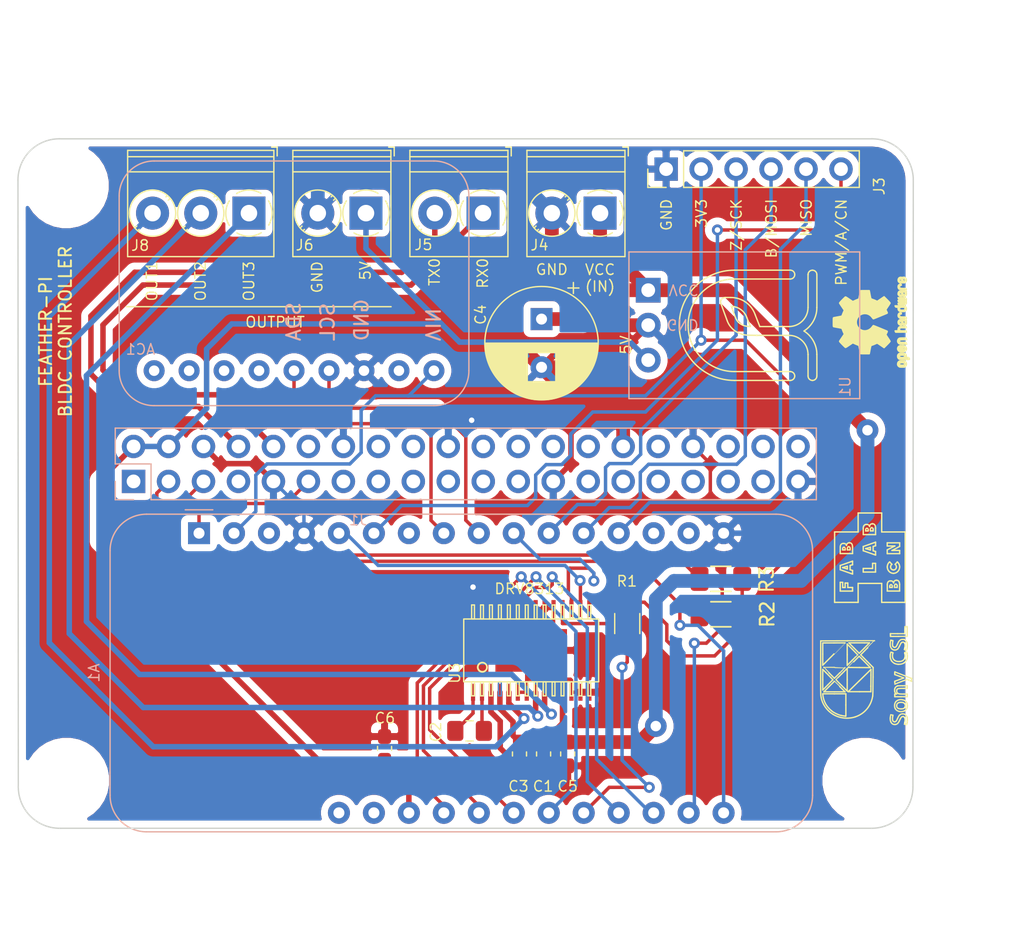
<source format=kicad_pcb>
(kicad_pcb (version 20171130) (host pcbnew "(5.1.10-1-10_14)")
  (title_block (title "Raspberry Pi Zero (W) uHAT Template Board") (date 2019-02-28) (rev 1.0) (comment 1 "This PCB design is licensed under MIT Open Source License."))
  (layers (0 F.Cu signal) (31 B.Cu signal) (34 B.Paste user) (35 F.Paste user) (36 B.SilkS user) (37 F.SilkS user) (38 B.Mask user) (39 F.Mask user) (44 Edge.Cuts user))
  (net 0 "")
  (net 1 +3V3)
  (net 2 GND)
  (net 3 SDA)
  (net 4 SCL)
  (net 5 5V)
  (net 6 3V3)
  (net 7 VCC)
  (net 8 EN3)
  (net 9 IN3)
  (net 10 EN2)
  (net 11 IN2)
  (net 12 EN1)
  (net 13 IN1)
  (net 14 RESET)
  (net 15 SLEEP)
  (net 16 MISO)
  (net 17 "Net-(C2-Pad2)")
  (net 18 "Net-(C2-Pad1)")
  (net 19 "Net-(C3-Pad2)")
  (net 20 OUT3)
  (net 21 OUT2)
  (net 22 OUT1)
  (net 23 FEATHER_RESET)
  (net 24 SDA_IMU)
  (net 25 SCL_IMU)
  (net 26 TX0)
  (net 27 RX0)
  (net 28 CN_PWM_A)
  (net 29 SCK_Z)
  (net 30 MOSI_B)
  (net 31 FAULT)
  (module SquantorTexasInstruments:SquantorTexasInstruments-HTSSOP-28 (layer F.Cu) (at 154.782 108.118)
    (fp_text reference U3 (at -5.55 1.65 90) (layer F.SilkS) (effects (font (size 0.762 0.762) (thickness 0.1016))))
    (fp_text value DRV8313 (at -0.125 -4.475 180) (layer F.SilkS) (effects (font (size 0.762 0.762) (thickness 0.1016))))
    (fp_line (start -2.3749 3.29946) (end -2.1717 3.29946) (layer B.Cu) (width 0.1016))
    (fp_line (start -2.1717 3.29946) (end -2.1717 2.28092) (layer B.Cu) (width 0.1016))
    (fp_line (start -2.3749 2.28092) (end -2.1717 2.28092) (layer B.Cu) (width 0.1016))
    (fp_line (start -2.3749 3.29946) (end -2.3749 2.28092) (layer B.Cu) (width 0.1016))
    (pad PAD smd rect (at 0 0) (size 5.19938 3.0988) (layers F.Cu F.Paste F.Mask) (net 2 GND))
    (pad 28 smd rect (at -4.22402 -3.04038 180) (size 0.3048 1.23952) (layers F.Cu F.Paste F.Mask) (net 2 GND))
    (pad 27 smd rect (at -3.57378 -3.04038 180) (size 0.3048 1.23952) (layers F.Cu F.Paste F.Mask) (net 13 IN1))
    (pad 26 smd rect (at -2.92354 -3.04038) (size 0.3048 1.23952) (layers F.Cu F.Paste F.Mask) (net 12 EN1))
    (pad 25 smd rect (at -2.2733 -3.04038) (size 0.3048 1.23952) (layers F.Cu F.Paste F.Mask) (net 11 IN2))
    (pad 24 smd rect (at -1.62306 -3.04038) (size 0.3048 1.23952) (layers F.Cu F.Paste F.Mask) (net 10 EN2))
    (pad 23 smd rect (at -0.97282 -3.04038) (size 0.3048 1.23952) (layers F.Cu F.Paste F.Mask) (net 9 IN3))
    (pad 22 smd rect (at -0.32258 -3.04038) (size 0.3048 1.23952) (layers F.Cu F.Paste F.Mask) (net 8 EN3))
    (pad 21 smd rect (at 0.32258 -3.04038) (size 0.3048 1.23952) (layers F.Cu F.Paste F.Mask) (net 2 GND))
    (pad 20 smd rect (at 0.97282 -3.04038) (size 0.3048 1.23952) (layers F.Cu F.Paste F.Mask) (net 2 GND))
    (pad 19 smd rect (at 1.62306 -3.04038) (size 0.3048 1.23952) (layers F.Cu F.Paste F.Mask) (net 2 GND))
    (pad 18 smd rect (at 2.2733 -3.04038) (size 0.3048 1.23952) (layers F.Cu F.Paste F.Mask) (net 31 FAULT))
    (pad 17 smd rect (at 2.92354 -3.04038) (size 0.3048 1.23952) (layers F.Cu F.Paste F.Mask) (net 15 SLEEP))
    (pad 16 smd rect (at 3.57378 -3.04038 180) (size 0.3048 1.23952) (layers F.Cu F.Paste F.Mask) (net 14 RESET))
    (pad 15 smd rect (at 4.22402 -3.04038 180) (size 0.3048 1.23952) (layers F.Cu F.Paste F.Mask))
    (pad 14 smd rect (at 4.22402 3.04038) (size 0.3048 1.23952) (layers F.Cu F.Paste F.Mask) (net 2 GND))
    (pad 13 smd rect (at 3.57378 3.04038) (size 0.3048 1.23952) (layers F.Cu F.Paste F.Mask) (net 2 GND))
    (pad 12 smd rect (at 2.92354 3.04038) (size 0.3048 1.23952) (layers F.Cu F.Paste F.Mask) (net 2 GND))
    (pad 11 smd rect (at 2.2733 3.04038) (size 0.3048 1.23952) (layers F.Cu F.Paste F.Mask) (net 7 VCC))
    (pad 10 smd rect (at 1.62306 3.04038) (size 0.3048 1.23952) (layers F.Cu F.Paste F.Mask) (net 2 GND))
    (pad 9 smd rect (at 0.97282 3.04038) (size 0.3048 1.23952) (layers F.Cu F.Paste F.Mask) (net 20 OUT3))
    (pad 8 smd rect (at 0.32258 3.04038) (size 0.3048 1.23952) (layers F.Cu F.Paste F.Mask) (net 21 OUT2))
    (pad 7 smd rect (at -0.32258 3.04038) (size 0.3048 1.23952) (layers F.Cu F.Paste F.Mask) (net 2 GND))
    (pad 6 smd rect (at -0.97282 3.04038) (size 0.3048 1.23952) (layers F.Cu F.Paste F.Mask) (net 2 GND))
    (pad 5 smd rect (at -1.62306 3.04038) (size 0.3048 1.23952) (layers F.Cu F.Paste F.Mask) (net 22 OUT1))
    (pad 4 smd rect (at -2.2733 3.04038) (size 0.3048 1.23952) (layers F.Cu F.Paste F.Mask) (net 7 VCC))
    (pad 3 smd rect (at -2.92354 3.04038) (size 0.3048 1.23952) (layers F.Cu F.Paste F.Mask) (net 19 "Net-(C3-Pad2)"))
    (pad 2 smd rect (at -3.57378 3.04038) (size 0.3048 1.23952) (layers F.Cu F.Paste F.Mask) (net 17 "Net-(C2-Pad2)"))
    (pad 1 smd rect (at -4.22402 3.04038) (size 0.3048 1.23952) (layers F.Cu F.Paste F.Mask) (net 18 "Net-(C2-Pad1)"))
  )
  (module Resistor_SMD:R_1206_3216Metric_Pad1.30x1.75mm_HandSolder (layer F.Cu) (at 168.557 102.918 180)
    (fp_text reference R3 (at -3.325 -0.05 90) (layer F.SilkS))
    (fp_text value 10kΩ)
    (pad 2 smd roundrect (at 1.55 0 180) (size 1.3 1.75) (layers F.Cu F.Paste F.Mask) (roundrect_rratio 0.1923076923076923) (net 4 SCL))
    (pad 1 smd roundrect (at -1.55 0 180) (size 1.3 1.75) (layers F.Cu F.Paste F.Mask) (roundrect_rratio 0.1923076923076923) (net 6 3V3))
  )
  (module Resistor_SMD:R_1206_3216Metric_Pad1.30x1.75mm_HandSolder (layer F.Cu) (at 168.557 105.493 180)
    (fp_text reference R2 (at -3.375 0 90) (layer F.SilkS))
    (fp_text value 10kΩ)
    (pad 2 smd roundrect (at 1.55 0 180) (size 1.3 1.75) (layers F.Cu F.Paste F.Mask) (roundrect_rratio 0.1923076923076923) (net 3 SDA))
    (pad 1 smd roundrect (at -1.55 0 180) (size 1.3 1.75) (layers F.Cu F.Paste F.Mask) (roundrect_rratio 0.1923076923076923) (net 6 3V3))
  )
  (module logos:SONY_CSL_LOGO (layer F.Cu) (at 184.057 109.693 90)
    (fp_text reference LOGO4 hide)
    (fp_text value SONYLOGO)
  )
  (module logos:ROMI_LOGO (layer F.Cu) (at 171.557 84.743 90)
    (fp_text reference LOGO3 hide)
    (fp_text value ROMI)
  )
  (module logos:fablab (layer F.Cu) (at 183.757 101.693 90)
    (fp_text reference LOGO2 hide)
    (fp_text value fablab)
  )
  (module Symbol:OSHW-Logo2_7.3x6mm_SilkScreen (layer F.Cu) (at 179.482 84.268 90)
    (fp_text reference LOGO1 hide)
    (fp_text value Logo_Open_Hardware_Small hide)
  )
  (module Capacitor_SMD:C_0603_1608Metric_Pad1.08x0.95mm_HandSolder (layer F.Cu) (at 144.132 115.243 270)
    (fp_text reference C6 (at -2.2 -0.025 180) (layer F.SilkS) (effects (font (size 0.762 0.762) (thickness 0.1016))))
    (fp_text value 0.1uF)
    (pad 2 smd roundrect (at 0.8625 0 270) (size 1.075 0.95) (layers F.Cu F.Paste F.Mask) (net 5 5V))
    (pad 1 smd roundrect (at -0.8625 0 270) (size 1.075 0.95) (layers F.Cu F.Paste F.Mask) (net 2 GND))
  )
  (module Capacitor_SMD:C_0603_1608Metric_Pad1.08x0.95mm_HandSolder (layer F.Cu) (at 157.432 115.643 90)
    (fp_text reference C5 (at -2.35 0 180) (layer F.SilkS) (effects (font (size 0.762 0.762) (thickness 0.1016))))
    (fp_text value 0.1uF)
    (pad 2 smd roundrect (at 0.8625 0 90) (size 1.075 0.95) (layers F.Cu F.Paste F.Mask) (net 7 VCC))
    (pad 1 smd roundrect (at -0.8625 0 90) (size 1.075 0.95) (layers F.Cu F.Paste F.Mask) (net 2 GND))
  )
  (module Capacitor_SMD:C_0603_1608Metric_Pad1.08x0.95mm_HandSolder (layer F.Cu) (at 153.932 115.643 270)
    (fp_text reference C3 (at 2.35 0.075 180) (layer F.SilkS) (effects (font (size 0.762 0.762) (thickness 0.1016))))
    (fp_text value 0.1uF)
    (pad 2 smd roundrect (at 0.8625 0 270) (size 1.075 0.95) (layers F.Cu F.Paste F.Mask) (net 19 "Net-(C3-Pad2)"))
    (pad 1 smd roundrect (at -0.8625 0 270) (size 1.075 0.95) (layers F.Cu F.Paste F.Mask) (net 7 VCC))
  )
  (module Capacitor_SMD:C_0603_1608Metric_Pad1.08x0.95mm_HandSolder (layer F.Cu) (at 155.682 115.643 90)
    (fp_text reference C1 (at -2.35 -0.0375 180) (layer F.SilkS) (effects (font (size 0.762 0.762) (thickness 0.1016))))
    (fp_text value 0.1uF)
    (pad 2 smd roundrect (at 0.8625 0 90) (size 1.075 0.95) (layers F.Cu F.Paste F.Mask) (net 7 VCC))
    (pad 1 smd roundrect (at -0.8625 0 90) (size 1.075 0.95) (layers F.Cu F.Paste F.Mask) (net 2 GND))
  )
  (module Capacitor_SMD:C_0805_2012Metric_Pad1.18x1.45mm_HandSolder (layer F.Cu) (at 150.307 113.968)
    (fp_text reference C2 (at -2.45 0.075 90) (layer F.SilkS) (effects (font (size 0.762 0.762) (thickness 0.1016))))
    (fp_text value 0.01uF)
    (pad 2 smd roundrect (at 1.0375 0) (size 1.175 1.45) (layers F.Cu F.Paste F.Mask) (roundrect_rratio 0.2127659574468085) (net 17 "Net-(C2-Pad2)"))
    (pad 1 smd roundrect (at -1.0375 0) (size 1.175 1.45) (layers F.Cu F.Paste F.Mask) (roundrect_rratio 0.2127659574468085) (net 18 "Net-(C2-Pad1)"))
  )
  (module lib:MountingHole_2.7mm_M2.5_uHAT_RPi (layer F.Cu) (at 121.007 74.343 180)
    (fp_text reference H6 hide)
    (fp_text value MountingHole)
    (pad "" np_thru_hole circle (at 0 0 180) (size 2.7 2.7) (drill 2.7) (layers *.Cu *.Mask) (clearance 1.75))
  )
  (module Connector_PinHeader_2.54mm:PinHeader_1x06_P2.54mm_Vertical (layer F.Cu) (at 164.582 73.143 90)
    (fp_text reference J3 (at -1.25 15.475 270) (layer F.SilkS) (effects (font (size 0.762 0.762) (thickness 0.1016))))
    (fp_text value Conn_01x06_Male)
    (pad 6 thru_hole oval (at 0 12.7 90) (size 1.7 1.7) (drill 1) (layers *.Cu *.Mask) (net 28 CN_PWM_A))
    (pad 5 thru_hole oval (at 0 10.16 90) (size 1.7 1.7) (drill 1) (layers *.Cu *.Mask) (net 16 MISO))
    (pad 4 thru_hole oval (at 0 7.62 90) (size 1.7 1.7) (drill 1) (layers *.Cu *.Mask) (net 30 MOSI_B))
    (pad 3 thru_hole oval (at 0 5.08 90) (size 1.7 1.7) (drill 1) (layers *.Cu *.Mask) (net 29 SCK_Z))
    (pad 2 thru_hole oval (at 0 2.54 90) (size 1.7 1.7) (drill 1) (layers *.Cu *.Mask) (net 6 3V3))
    (pad 1 thru_hole rect (at 0 0 90) (size 1.7 1.7) (drill 1) (layers *.Cu *.Mask) (net 2 GND))
  )
  (module Resistor_SMD:R_1206_3216Metric_Pad1.30x1.75mm_HandSolder (layer F.Cu) (at 161.757 106.168 90)
    (fp_text reference R1 (at 3.075 -0.025) (layer F.SilkS) (effects (font (size 0.762 0.762) (thickness 0.1016))))
    (fp_text value 10kΩ)
    (pad 2 smd roundrect (at 1.55 0 90) (size 1.3 1.75) (layers F.Cu F.Paste F.Mask) (roundrect_rratio 0.1923076923076923) (net 6 3V3))
    (pad 1 smd roundrect (at -1.55 0 90) (size 1.3 1.75) (layers F.Cu F.Paste F.Mask) (roundrect_rratio 0.1923076923076923) (net 31 FAULT))
  )
  (module TerminalBlock_Phoenix:TerminalBlock_Phoenix_PT-1,5-3-3.5-H_1x03_P3.50mm_Horizontal (layer F.Cu) (at 134.282 76.343 180)
    (fp_text reference J8 (at 7.9 -2.35) (layer F.SilkS) (effects (font (size 0.762 0.762) (thickness 0.1016))))
    (fp_text value Screw_Terminal_01x03)
    (pad 3 thru_hole circle (at 7 0 180) (size 2.4 2.4) (drill 1.2) (layers *.Cu *.Mask) (net 22 OUT1))
    (pad 2 thru_hole circle (at 3.5 0 180) (size 2.4 2.4) (drill 1.2) (layers *.Cu *.Mask) (net 21 OUT2))
    (pad 1 thru_hole rect (at 0 0 180) (size 2.4 2.4) (drill 1.2) (layers *.Cu *.Mask) (net 20 OUT3))
  )
  (module Capacitor_THT:CP_Radial_D8.0mm_P3.50mm (layer F.Cu) (at 155.532 84.043 270)
    (fp_text reference C4 (at -0.325 4.425 90) (layer F.SilkS) (effects (font (size 0.762 0.762) (thickness 0.1016))))
    (fp_text value 100uF)
    (pad 2 thru_hole circle (at 3.5 0 270) (size 1.6 1.6) (drill 0.8) (layers *.Cu *.Mask) (net 2 GND))
    (pad 1 thru_hole rect (at 0 0 270) (size 1.6 1.6) (drill 0.8) (layers *.Cu *.Mask) (net 7 VCC))
  )
  (module TerminalBlock_Phoenix:TerminalBlock_Phoenix_PT-1,5-2-3.5-H_1x02_P3.50mm_Horizontal (layer F.Cu) (at 142.782 76.343 180)
    (fp_text reference J6 (at 4.45 -2.325) (layer F.SilkS) (effects (font (size 0.762 0.762) (thickness 0.1016))))
    (fp_text value Screw_Terminal_01x02)
    (pad 2 thru_hole circle (at 3.5 0 180) (size 2.4 2.4) (drill 1.2) (layers *.Cu *.Mask) (net 2 GND))
    (pad 1 thru_hole rect (at 0 0 180) (size 2.4 2.4) (drill 1.2) (layers *.Cu *.Mask) (net 5 5V))
  )
  (module TerminalBlock_Phoenix:TerminalBlock_Phoenix_PT-1,5-2-3.5-H_1x02_P3.50mm_Horizontal (layer F.Cu) (at 151.282 76.343 180)
    (fp_text reference J5 (at 4.325 -2.3) (layer F.SilkS) (effects (font (size 0.762 0.762) (thickness 0.1016))))
    (fp_text value Screw_Terminal_01x02)
    (pad 2 thru_hole circle (at 3.5 0 180) (size 2.4 2.4) (drill 1.2) (layers *.Cu *.Mask) (net 26 TX0))
    (pad 1 thru_hole rect (at 0 0 180) (size 2.4 2.4) (drill 1.2) (layers *.Cu *.Mask) (net 27 RX0))
  )
  (module Converter_DCDC:Converter_DCDC_Murata_OKI-78SR_Horizontal (layer B.Cu) (at 163.282 81.943 270)
    (fp_text reference U1 (at 7.025 -14.3 270) (layer B.SilkS) (effects (font (size 0.762 0.762) (thickness 0.1016)) (justify mirror)))
    (fp_text value OKI-78SR-5_1.5-W36-C)
    (pad 3 thru_hole circle (at 5.08 0 90) (size 1.8 1.8) (drill 1) (layers *.Cu *.Mask) (net 5 5V))
    (pad 2 thru_hole circle (at 2.54 0 90) (size 1.8 1.8) (drill 1) (layers *.Cu *.Mask) (net 2 GND))
    (pad 1 thru_hole rect (at 0 0 90) (size 1.8 1.8) (drill 1) (layers *.Cu *.Mask) (net 7 VCC))
  )
  (module TerminalBlock_Phoenix:TerminalBlock_Phoenix_PT-1,5-2-3.5-H_1x02_P3.50mm_Horizontal (layer F.Cu) (at 159.782 76.343 180)
    (fp_text reference J4 (at 4.4 -2.325) (layer F.SilkS) (effects (font (size 0.762 0.762) (thickness 0.1016))))
    (fp_text value Screw_Terminal_01x02)
    (pad 2 thru_hole circle (at 3.5 0 180) (size 2.4 2.4) (drill 1.2) (layers *.Cu *.Mask) (net 2 GND))
    (pad 1 thru_hole rect (at 0 0 180) (size 2.4 2.4) (drill 1.2) (layers *.Cu *.Mask) (net 7 VCC))
  )
  (module fab:Adafruit-LSM6DSOX-PCB (layer B.Cu) (at 137.557 87.793 180)
    (fp_text reference AC1 (at 11.15 1.55) (layer B.SilkS) (effects (font (size 0.762 0.762) (thickness 0.1016)) (justify mirror)))
    (fp_text value ACCEL)
    (pad 9 thru_hole circle (at 10.16 0 180) (size 1.524 1.524) (drill 0.762) (layers *.Cu *.Mask))
    (pad 8 thru_hole circle (at 7.62 0 180) (size 1.524 1.524) (drill 0.762) (layers *.Cu *.Mask))
    (pad 7 thru_hole circle (at 5.08 0 180) (size 1.524 1.524) (drill 0.762) (layers *.Cu *.Mask))
    (pad 6 thru_hole circle (at 2.54 0 180) (size 1.524 1.524) (drill 0.762) (layers *.Cu *.Mask))
    (pad 5 thru_hole circle (at 0 0 180) (size 1.524 1.524) (drill 0.762) (layers *.Cu *.Mask) (net 24 SDA_IMU))
    (pad 4 thru_hole circle (at -2.54 0 180) (size 1.524 1.524) (drill 0.762) (layers *.Cu *.Mask) (net 25 SCL_IMU))
    (pad 3 thru_hole circle (at -5.08 0 180) (size 1.524 1.524) (drill 0.762) (layers *.Cu *.Mask) (net 2 GND))
    (pad 2 thru_hole circle (at -7.62 0 180) (size 1.524 1.524) (drill 0.762) (layers *.Cu *.Mask))
    (pad 1 thru_hole circle (at -10.16 0 180) (size 1.524 1.524) (drill 0.762) (layers *.Cu *.Mask) (net 6 3V3))
  )
  (module Module:Adafruit_Feather (layer B.Cu) (at 130.657 99.601 270)
    (fp_text reference A1 (at 10.16 7.62 90) (layer B.SilkS) (effects (font (size 0.762 0.762) (thickness 0.1016)) (justify mirror)))
    (fp_text value Adafruit_Feather_M0_Express)
    (pad 17 thru_hole circle (at 20.32 -38.1 90) (size 1.6 1.6) (drill 0.8) (layers *.Cu *.Mask) (net 3 SDA))
    (pad 18 thru_hole circle (at 20.32 -35.56 90) (size 1.6 1.6) (drill 0.8) (layers *.Cu *.Mask) (net 4 SCL))
    (pad 19 thru_hole circle (at 20.32 -33.02 90) (size 1.6 1.6) (drill 0.8) (layers *.Cu *.Mask) (net 8 EN3))
    (pad 20 thru_hole circle (at 20.32 -30.48 90) (size 1.6 1.6) (drill 0.8) (layers *.Cu *.Mask) (net 9 IN3))
    (pad 21 thru_hole circle (at 20.32 -27.94 90) (size 1.6 1.6) (drill 0.8) (layers *.Cu *.Mask) (net 31 FAULT))
    (pad 22 thru_hole circle (at 20.32 -25.4 90) (size 1.6 1.6) (drill 0.8) (layers *.Cu *.Mask) (net 10 EN2))
    (pad 23 thru_hole circle (at 20.32 -22.86 90) (size 1.6 1.6) (drill 0.8) (layers *.Cu *.Mask) (net 11 IN2))
    (pad 24 thru_hole circle (at 20.32 -20.32 90) (size 1.6 1.6) (drill 0.8) (layers *.Cu *.Mask) (net 12 EN1))
    (pad 25 thru_hole circle (at 20.32 -17.78 90) (size 1.6 1.6) (drill 0.8) (layers *.Cu *.Mask) (net 13 IN1))
    (pad 26 thru_hole circle (at 20.32 -15.24 90) (size 1.6 1.6) (drill 0.8) (layers *.Cu *.Mask) (net 5 5V))
    (pad 27 thru_hole circle (at 20.32 -12.7 90) (size 1.6 1.6) (drill 0.8) (layers *.Cu *.Mask))
    (pad 28 thru_hole circle (at 20.32 -10.16 90) (size 1.6 1.6) (drill 0.8) (layers *.Cu *.Mask))
    (pad 1 thru_hole rect (at 0 0 90) (size 1.6 1.6) (drill 0.8) (layers *.Cu *.Mask) (net 23 FEATHER_RESET))
    (pad 2 thru_hole circle (at 0 -2.54 90) (size 1.6 1.6) (drill 0.8) (layers *.Cu *.Mask) (net 6 3V3))
    (pad 3 thru_hole circle (at 0 -5.08 90) (size 1.6 1.6) (drill 0.8) (layers *.Cu *.Mask))
    (pad 4 thru_hole circle (at 0 -7.62 90) (size 1.6 1.6) (drill 0.8) (layers *.Cu *.Mask) (net 2 GND))
    (pad 5 thru_hole circle (at 0 -10.16 90) (size 1.6 1.6) (drill 0.8) (layers *.Cu *.Mask) (net 14 RESET))
    (pad 6 thru_hole circle (at 0 -12.7 90) (size 1.6 1.6) (drill 0.8) (layers *.Cu *.Mask) (net 28 CN_PWM_A))
    (pad 7 thru_hole circle (at 0 -15.24 90) (size 1.6 1.6) (drill 0.8) (layers *.Cu *.Mask))
    (pad 8 thru_hole circle (at 0 -17.78 90) (size 1.6 1.6) (drill 0.8) (layers *.Cu *.Mask) (net 24 SDA_IMU))
    (pad 9 thru_hole circle (at 0 -20.32 90) (size 1.6 1.6) (drill 0.8) (layers *.Cu *.Mask) (net 25 SCL_IMU))
    (pad 10 thru_hole circle (at 0 -22.86 90) (size 1.6 1.6) (drill 0.8) (layers *.Cu *.Mask) (net 15 SLEEP))
    (pad 11 thru_hole circle (at 0 -25.4 90) (size 1.6 1.6) (drill 0.8) (layers *.Cu *.Mask) (net 29 SCK_Z))
    (pad 12 thru_hole circle (at 0 -27.94 90) (size 1.6 1.6) (drill 0.8) (layers *.Cu *.Mask) (net 30 MOSI_B))
    (pad 13 thru_hole circle (at 0 -30.48 90) (size 1.6 1.6) (drill 0.8) (layers *.Cu *.Mask) (net 16 MISO))
    (pad 14 thru_hole circle (at 0 -33.02 90) (size 1.6 1.6) (drill 0.8) (layers *.Cu *.Mask))
    (pad 15 thru_hole circle (at 0 -35.56 90) (size 1.6 1.6) (drill 0.8) (layers *.Cu *.Mask))
    (pad 16 thru_hole circle (at 0 -38.1 90) (size 1.6 1.6) (drill 0.8) (layers *.Cu *.Mask) (net 2 GND))
  )
  (module lib:PinSocket_2x20_P2.54mm_Vertical_Centered_Anchor (layer B.Cu) (at 125.902 95.838 270)
    (fp_text reference J1 (at 2.8 -16.3) (layer B.SilkS) (effects (font (size 0.762 0.762) (thickness 0.1016)) (justify mirror)))
    (fp_text value GPIO_CONNECTOR)
    (pad 1 thru_hole rect (at 0 0 270) (size 1.7 1.7) (drill 1) (layers *.Cu *.Mask) (net 1 +3V3))
    (pad 2 thru_hole oval (at -2.54 0 270) (size 1.7 1.7) (drill 1) (layers *.Cu *.Mask) (net 5 5V))
    (pad 3 thru_hole oval (at 0 -2.54 270) (size 1.7 1.7) (drill 1) (layers *.Cu *.Mask) (net 3 SDA))
    (pad 4 thru_hole oval (at -2.54 -2.54 270) (size 1.7 1.7) (drill 1) (layers *.Cu *.Mask) (net 5 5V))
    (pad 5 thru_hole oval (at 0 -5.08 270) (size 1.7 1.7) (drill 1) (layers *.Cu *.Mask) (net 4 SCL))
    (pad 6 thru_hole oval (at -2.54 -5.08 270) (size 1.7 1.7) (drill 1) (layers *.Cu *.Mask) (net 2 GND))
    (pad 7 thru_hole oval (at 0 -7.62 270) (size 1.7 1.7) (drill 1) (layers *.Cu *.Mask))
    (pad 8 thru_hole oval (at -2.54 -7.62 270) (size 1.7 1.7) (drill 1) (layers *.Cu *.Mask) (net 26 TX0))
    (pad 9 thru_hole oval (at 0 -10.16 270) (size 1.7 1.7) (drill 1) (layers *.Cu *.Mask) (net 2 GND))
    (pad 10 thru_hole oval (at -2.54 -10.16 270) (size 1.7 1.7) (drill 1) (layers *.Cu *.Mask) (net 27 RX0))
    (pad 11 thru_hole oval (at 0 -12.7 270) (size 1.7 1.7) (drill 1) (layers *.Cu *.Mask) (net 23 FEATHER_RESET))
    (pad 12 thru_hole oval (at -2.54 -12.7 270) (size 1.7 1.7) (drill 1) (layers *.Cu *.Mask))
    (pad 13 thru_hole oval (at 0 -15.24 270) (size 1.7 1.7) (drill 1) (layers *.Cu *.Mask))
    (pad 14 thru_hole oval (at -2.54 -15.24 270) (size 1.7 1.7) (drill 1) (layers *.Cu *.Mask) (net 2 GND))
    (pad 15 thru_hole oval (at 0 -17.78 270) (size 1.7 1.7) (drill 1) (layers *.Cu *.Mask))
    (pad 16 thru_hole oval (at -2.54 -17.78 270) (size 1.7 1.7) (drill 1) (layers *.Cu *.Mask))
    (pad 17 thru_hole oval (at 0 -20.32 270) (size 1.7 1.7) (drill 1) (layers *.Cu *.Mask) (net 1 +3V3))
    (pad 18 thru_hole oval (at -2.54 -20.32 270) (size 1.7 1.7) (drill 1) (layers *.Cu *.Mask))
    (pad 19 thru_hole oval (at 0 -22.86 270) (size 1.7 1.7) (drill 1) (layers *.Cu *.Mask))
    (pad 20 thru_hole oval (at -2.54 -22.86 270) (size 1.7 1.7) (drill 1) (layers *.Cu *.Mask) (net 2 GND))
    (pad 21 thru_hole oval (at 0 -25.4 270) (size 1.7 1.7) (drill 1) (layers *.Cu *.Mask))
    (pad 22 thru_hole oval (at -2.54 -25.4 270) (size 1.7 1.7) (drill 1) (layers *.Cu *.Mask))
    (pad 23 thru_hole oval (at 0 -27.94 270) (size 1.7 1.7) (drill 1) (layers *.Cu *.Mask))
    (pad 24 thru_hole oval (at -2.54 -27.94 270) (size 1.7 1.7) (drill 1) (layers *.Cu *.Mask))
    (pad 25 thru_hole oval (at 0 -30.48 270) (size 1.7 1.7) (drill 1) (layers *.Cu *.Mask) (net 2 GND))
    (pad 26 thru_hole oval (at -2.54 -30.48 270) (size 1.7 1.7) (drill 1) (layers *.Cu *.Mask))
    (pad 27 thru_hole oval (at 0 -33.02 270) (size 1.7 1.7) (drill 1) (layers *.Cu *.Mask))
    (pad 28 thru_hole oval (at -2.54 -33.02 270) (size 1.7 1.7) (drill 1) (layers *.Cu *.Mask))
    (pad 29 thru_hole oval (at 0 -35.56 270) (size 1.7 1.7) (drill 1) (layers *.Cu *.Mask))
    (pad 30 thru_hole oval (at -2.54 -35.56 270) (size 1.7 1.7) (drill 1) (layers *.Cu *.Mask) (net 2 GND))
    (pad 31 thru_hole oval (at 0 -38.1 270) (size 1.7 1.7) (drill 1) (layers *.Cu *.Mask))
    (pad 32 thru_hole oval (at -2.54 -38.1 270) (size 1.7 1.7) (drill 1) (layers *.Cu *.Mask))
    (pad 33 thru_hole oval (at 0 -40.64 270) (size 1.7 1.7) (drill 1) (layers *.Cu *.Mask))
    (pad 34 thru_hole oval (at -2.54 -40.64 270) (size 1.7 1.7) (drill 1) (layers *.Cu *.Mask) (net 2 GND))
    (pad 35 thru_hole oval (at 0 -43.18 270) (size 1.7 1.7) (drill 1) (layers *.Cu *.Mask))
    (pad 36 thru_hole oval (at -2.54 -43.18 270) (size 1.7 1.7) (drill 1) (layers *.Cu *.Mask))
    (pad 37 thru_hole oval (at 0 -45.72 270) (size 1.7 1.7) (drill 1) (layers *.Cu *.Mask))
    (pad 38 thru_hole oval (at -2.54 -45.72 270) (size 1.7 1.7) (drill 1) (layers *.Cu *.Mask))
    (pad 39 thru_hole oval (at 0 -48.26 270) (size 1.7 1.7) (drill 1) (layers *.Cu *.Mask) (net 2 GND))
    (pad 40 thru_hole oval (at -2.54 -48.26 270) (size 1.7 1.7) (drill 1) (layers *.Cu *.Mask))
  )
  (module lib:MountingHole_2.7mm_M2.5_uHAT_RPi (layer F.Cu) (at 179.032 117.568)
    (fp_text reference H3 hide)
    (fp_text value MountingHole hide)
    (pad "" np_thru_hole circle (at 0 0) (size 2.7 2.7) (drill 2.7) (layers *.Cu *.Mask) (clearance 1.75))
  )
  (module lib:MountingHole_2.7mm_M2.5_uHAT_RPi (layer F.Cu) (at 121.032 117.568)
    (fp_text reference H4 hide)
    (fp_text value MountingHole hide)
    (pad "" np_thru_hole circle (at 0 0) (size 2.7 2.7) (drill 2.7) (layers *.Cu *.Mask) (clearance 1.75))
  )
  (gr_text SDA (at 137.532 84.228714 90) (layer B.SilkS) (effects (font (size 1 1)) (justify mirror)))
  (gr_text SCL (at 139.995333 84.252524 90) (layer B.SilkS) (effects (font (size 1 1)) (justify mirror)))
  (gr_text VIN (at 147.607 84.443 -90) (layer B.SilkS) (effects (font (size 1 1)) (justify mirror)))
  (gr_text GND (at 142.458666 84.109667 90) (layer B.SilkS) (effects (font (size 1 1)) (justify mirror)))
  (gr_text "FEATHER-PI\nBLDC CONTROLLER" (at 120.232 84.943 90) (layer F.SilkS) (effects (font (size 0.889 0.889) (thickness 0.1397))))
  (gr_text OUT3 (at 134.282 81.288238 90) (layer F.SilkS) (effects (font (size 0.762 0.762) (thickness 0.1016))))
  (gr_text OUT2 (at 130.7595 81.288238 90) (layer F.SilkS) (effects (font (size 0.762 0.762) (thickness 0.1016))))
  (gr_text OUT1 (at 127.237 81.288238 90) (layer F.SilkS) (effects (font (size 0.762 0.762) (thickness 0.1016))))
  (gr_text RX0 (at 151.262 80.711143 90) (layer F.SilkS) (effects (font (size 0.762 0.762) (thickness 0.1016))))
  (gr_text TX0 (at 147.762 80.620428 90) (layer F.SilkS) (effects (font (size 0.762 0.762) (thickness 0.1016))))
  (gr_text 5V (at 161.662 85.916809 90) (layer F.SilkS) (effects (font (size 0.762 0.762) (thickness 0.1016))))
  (gr_text GND (at 165.782 84.443 180) (layer B.SilkS) (effects (font (size 0.762 0.762) (thickness 0.1016)) (justify mirror)))
  (gr_text VCC (at 165.857 81.918 180) (layer B.SilkS) (effects (font (size 0.762 0.762) (thickness 0.1016)) (justify mirror)))
  (gr_line (start 125.407 83.143) (end 144.607 83.143) (layer F.SilkS) (width 0.1016))
  (gr_text OUTPUT (at 136.182 84.268) (layer F.SilkS) (effects (font (size 0.762 0.762) (thickness 0.1016))))
  (gr_text 5V (at 142.737 80.526238 90) (layer F.SilkS) (effects (font (size 0.762 0.762) (thickness 0.1016))))
  (gr_text GND (at 139.237 80.997952 90) (layer F.SilkS) (effects (font (size 0.762 0.762) (thickness 0.1016))))
  (gr_text "VCC\n(IN)" (at 159.782 81.0653) (layer F.SilkS) (effects (font (size 0.762 0.762) (thickness 0.1016))))
  (gr_text GND (at 156.282 80.443) (layer F.SilkS) (effects (font (size 0.762 0.762) (thickness 0.1016))))
  (gr_text GND (at 164.607 76.468 90) (layer F.SilkS) (effects (font (size 0.762 0.762) (thickness 0.1016))))
  (gr_text 3V3 (at 167.147 76.359143 90) (layer F.SilkS) (effects (font (size 0.762 0.762) (thickness 0.1016))))
  (gr_text Z/SCK (at 169.687 77.193714 90) (layer F.SilkS) (effects (font (size 0.762 0.762) (thickness 0.1016))))
  (gr_text B/MOSI (at 172.227 77.465857 90) (layer F.SilkS) (effects (font (size 0.762 0.762) (thickness 0.1016))))
  (gr_text MISO (at 174.767 76.685714 90) (layer F.SilkS) (effects (font (size 0.762 0.762) (thickness 0.1016))))
  (gr_text PWM/A/CN (at 177.307 78.463714 90) (layer F.SilkS) (effects (font (size 0.762 0.762) (thickness 0.1016))))
  (gr_circle (center 151.232 109.343) (end 151.579311 109.343) (layer F.SilkS) (width 0.1016))
  (gr_line (start 120.532 121.043) (end 179.507 121.043) (layer Edge.Cuts) (width 0.1016))
  (gr_arc (start 179.507 118.043) (end 179.507 121.043) (angle -90) (layer Edge.Cuts) (width 0.1016))
  (gr_arc (start 120.532 118.043) (end 117.532 118.043) (angle -90) (layer Edge.Cuts) (width 0.1016))
  (gr_line (start 117.532 118.043) (end 117.507 73.943) (layer Edge.Cuts) (width 0.1016))
  (gr_line (start 182.532 73.943) (end 182.507 118.043) (layer Edge.Cuts) (width 0.1016))
  (gr_arc (start 179.532 73.943) (end 182.532 73.943) (angle -90) (layer Edge.Cuts) (width 0.1016))
  (gr_arc (start 120.507 73.943) (end 120.507 70.943) (angle -90) (layer Edge.Cuts) (width 0.1016))
  (gr_line (start 179.532 70.943) (end 120.507 70.943) (layer Edge.Cuts) (width 0.1016))
  (segment (start 157.70554 111.15838) (end 158.35578 111.15838) (width 0.25) (layer F.Cu) (net 2))
  (segment (start 158.35578 111.15838) (end 159.00602 111.15838) (width 0.25) (layer F.Cu) (net 2))
  (segment (start 157.70554 110.28862) (end 157.70554 111.15838) (width 0.25) (layer F.Cu) (net 2))
  (segment (start 157.630539 110.213619) (end 157.70554 110.28862) (width 0.25) (layer F.Cu) (net 2))
  (segment (start 156.480061 110.213619) (end 157.630539 110.213619) (width 0.25) (layer F.Cu) (net 2))
  (segment (start 156.40506 110.28862) (end 156.480061 110.213619) (width 0.25) (layer F.Cu) (net 2))
  (segment (start 156.40506 111.15838) (end 156.40506 110.28862) (width 0.25) (layer F.Cu) (net 2))
  (segment (start 153.80918 111.15838) (end 154.45942 111.15838) (width 0.25) (layer F.Cu) (net 2))
  (segment (start 154.45942 110.28862) (end 154.534421 110.213619) (width 0.25) (layer F.Cu) (net 2))
  (segment (start 154.534421 110.213619) (end 156.480061 110.213619) (width 0.25) (layer F.Cu) (net 2))
  (segment (start 154.45942 111.15838) (end 154.45942 110.28862) (width 0.25) (layer F.Cu) (net 2))
  (segment (start 155.10458 105.07762) (end 156.40506 105.07762) (width 0.25) (layer F.Cu) (net 2))
  (segment (start 157.706691 111.157229) (end 157.70554 111.15838) (width 0.25) (layer F.Cu) (net 2))
  (segment (start 154.45942 108.44058) (end 154.782 108.118) (width 0.25) (layer F.Cu) (net 2))
  (segment (start 154.45942 111.15838) (end 154.45942 108.44058) (width 0.25) (layer F.Cu) (net 2))
  (segment (start 155.10458 107.79542) (end 154.782 108.118) (width 0.25) (layer F.Cu) (net 2))
  (segment (start 155.10458 105.07762) (end 155.10458 107.79542) (width 0.25) (layer F.Cu) (net 2))
  (via (at 150.557 103.518) (size 0.8) (drill 0.4) (layers F.Cu B.Cu) (net 2))
  (segment (start 150.55798 103.51898) (end 150.557 103.518) (width 0.25) (layer F.Cu) (net 2))
  (segment (start 150.55798 105.07762) (end 150.55798 103.51898) (width 0.25) (layer F.Cu) (net 2))
  (segment (start 155.682 116.5055) (end 157.432 116.5055) (width 0.4) (layer F.Cu) (net 2))
  (segment (start 144.132 111.5036) (end 144.132 114.3805) (width 0.25) (layer F.Cu) (net 2))
  (segment (start 150.55798 105.07762) (end 144.132 111.5036) (width 0.25) (layer F.Cu) (net 2))
  (segment (start 141.142 89.288) (end 141.142 93.298) (width 0.25) (layer B.Cu) (net 2))
  (segment (start 142.637 87.793) (end 141.142 89.288) (width 0.25) (layer B.Cu) (net 2))
  (segment (start 134.772001 94.548001) (end 136.062 95.838) (width 0.4) (layer F.Cu) (net 2))
  (segment (start 132.232001 94.548001) (end 134.772001 94.548001) (width 0.4) (layer F.Cu) (net 2))
  (segment (start 130.982 93.298) (end 132.232001 94.548001) (width 0.4) (layer F.Cu) (net 2))
  (segment (start 138.277 98.053) (end 138.277 99.601) (width 0.25) (layer B.Cu) (net 2))
  (segment (start 136.062 95.838) (end 138.277 98.053) (width 0.25) (layer B.Cu) (net 2))
  (segment (start 167.792001 94.548001) (end 167.792001 98.636001) (width 0.25) (layer F.Cu) (net 2))
  (segment (start 167.792001 98.636001) (end 168.757 99.601) (width 0.25) (layer F.Cu) (net 2))
  (segment (start 166.542 93.298) (end 167.792001 94.548001) (width 0.25) (layer F.Cu) (net 2))
  (segment (start 153.057 82.368) (end 153.057 85.068) (width 1) (layer F.Cu) (net 2))
  (segment (start 153.057 85.068) (end 155.532 87.543) (width 1) (layer F.Cu) (net 2))
  (segment (start 156.282 79.143) (end 153.057 82.368) (width 1) (layer F.Cu) (net 2))
  (segment (start 156.282 76.343) (end 156.282 79.143) (width 1) (layer F.Cu) (net 2))
  (segment (start 157.671999 89.682999) (end 155.532 87.543) (width 0.4) (layer F.Cu) (net 2))
  (segment (start 157.671999 94.548001) (end 157.671999 89.682999) (width 0.4) (layer F.Cu) (net 2))
  (segment (start 156.382 95.838) (end 157.671999 94.548001) (width 0.4) (layer F.Cu) (net 2))
  (segment (start 161.462 91.923) (end 161.462 93.298) (width 1) (layer F.Cu) (net 2))
  (segment (start 159.442 89.903) (end 161.462 91.923) (width 1) (layer F.Cu) (net 2))
  (segment (start 157.892 89.903) (end 159.442 89.903) (width 1) (layer F.Cu) (net 2))
  (segment (start 155.532 87.543) (end 157.892 89.903) (width 1) (layer F.Cu) (net 2))
  (segment (start 158.732 87.543) (end 155.532 87.543) (width 1) (layer F.Cu) (net 2))
  (segment (start 161.782 84.493) (end 158.732 87.543) (width 1) (layer F.Cu) (net 2))
  (segment (start 163.272 84.493) (end 161.782 84.493) (width 1) (layer F.Cu) (net 2))
  (segment (start 163.282 84.483) (end 163.272 84.493) (width 1) (layer F.Cu) (net 2))
  (segment (start 159.482 73.143) (end 156.282 76.343) (width 0.4) (layer B.Cu) (net 2))
  (segment (start 164.582 73.143) (end 159.482 73.143) (width 0.4) (layer B.Cu) (net 2))
  (segment (start 153.007 73.068) (end 156.282 76.343) (width 1) (layer B.Cu) (net 2))
  (segment (start 140.232 73.068) (end 153.007 73.068) (width 1) (layer B.Cu) (net 2))
  (segment (start 139.282 74.018) (end 140.232 73.068) (width 1) (layer B.Cu) (net 2))
  (segment (start 139.282 76.343) (end 139.282 74.018) (width 1) (layer B.Cu) (net 2))
  (segment (start 174.162 97.138) (end 174.162 95.838) (width 0.4) (layer B.Cu) (net 2))
  (segment (start 171.699 99.601) (end 174.162 97.138) (width 0.4) (layer B.Cu) (net 2))
  (segment (start 168.757 99.601) (end 171.699 99.601) (width 0.4) (layer B.Cu) (net 2))
  (segment (start 156.40506 105.07762) (end 156.40506 107.42562) (width 0.25) (layer F.Cu) (net 2))
  (segment (start 163.9445 116.5055) (end 157.432 116.5055) (width 0.4) (layer F.Cu) (net 2))
  (segment (start 165.707 113.018) (end 165.707 114.743) (width 0.4) (layer F.Cu) (net 2))
  (segment (start 165.707 114.743) (end 163.9445 116.5055) (width 0.4) (layer F.Cu) (net 2))
  (segment (start 163.84738 111.15838) (end 165.707 113.018) (width 0.4) (layer F.Cu) (net 2))
  (segment (start 159.00602 111.15838) (end 163.84738 111.15838) (width 0.4) (layer F.Cu) (net 2))
  (via (at 150.457 91.393) (size 0.8) (drill 0.4) (layers F.Cu B.Cu) (net 2))
  (via (at 165.582 106.293) (size 0.8) (drill 0.4) (layers F.Cu B.Cu) (net 3))
  (segment (start 166.897685 106.293) (end 165.582 106.293) (width 0.25) (layer B.Cu) (net 3))
  (segment (start 168.757 108.152315) (end 166.897685 106.293) (width 0.25) (layer B.Cu) (net 3))
  (segment (start 168.757 119.921) (end 168.757 108.152315) (width 0.25) (layer B.Cu) (net 3))
  (segment (start 165.582 104.793) (end 165.582 106.293) (width 0.25) (layer F.Cu) (net 3))
  (segment (start 127.592001 100.828001) (end 128.407001 101.643001) (width 0.25) (layer F.Cu) (net 3))
  (segment (start 128.407001 101.643001) (end 162.432001 101.643001) (width 0.25) (layer F.Cu) (net 3))
  (segment (start 162.432001 101.643001) (end 165.582 104.793) (width 0.25) (layer F.Cu) (net 3))
  (segment (start 127.592001 96.687999) (end 127.592001 100.828001) (width 0.25) (layer F.Cu) (net 3))
  (segment (start 128.442 95.838) (end 127.592001 96.687999) (width 0.25) (layer F.Cu) (net 3))
  (segment (start 166.307 104.793) (end 167.007 105.493) (width 0.25) (layer F.Cu) (net 3))
  (segment (start 165.582 104.793) (end 166.307 104.793) (width 0.25) (layer F.Cu) (net 3))
  (segment (start 166.632001 107.592999) (end 166.632001 119.505999) (width 0.25) (layer B.Cu) (net 4))
  (segment (start 166.632001 119.505999) (end 166.217 119.921) (width 0.25) (layer B.Cu) (net 4))
  (via (at 166.632001 107.592999) (size 0.8) (drill 0.4) (layers F.Cu B.Cu) (net 4))
  (segment (start 165.28199 101.19299) (end 167.007 102.918) (width 0.25) (layer F.Cu) (net 4))
  (segment (start 129.23199 101.19299) (end 165.28199 101.19299) (width 0.25) (layer F.Cu) (net 4))
  (segment (start 128.857 97.963) (end 128.857 100.818) (width 0.25) (layer F.Cu) (net 4))
  (segment (start 128.857 100.818) (end 129.23199 101.19299) (width 0.25) (layer F.Cu) (net 4))
  (segment (start 130.982 95.838) (end 128.857 97.963) (width 0.25) (layer F.Cu) (net 4))
  (segment (start 167.907 102.918) (end 168.657 103.668) (width 0.25) (layer F.Cu) (net 4))
  (segment (start 167.507001 107.592999) (end 166.632001 107.592999) (width 0.25) (layer F.Cu) (net 4))
  (segment (start 168.657 106.443) (end 167.507001 107.592999) (width 0.25) (layer F.Cu) (net 4))
  (segment (start 168.657 103.668) (end 168.657 106.443) (width 0.25) (layer F.Cu) (net 4))
  (segment (start 167.007 102.918) (end 167.907 102.918) (width 0.25) (layer F.Cu) (net 4))
  (segment (start 142.782 76.343) (end 142.782 78.918) (width 0.4) (layer B.Cu) (net 5))
  (segment (start 142.782 78.918) (end 148.257 84.393) (width 0.4) (layer B.Cu) (net 5))
  (segment (start 125.902 93.298) (end 128.442 93.298) (width 0.4) (layer B.Cu) (net 5))
  (segment (start 131.207 90.533) (end 128.442 93.298) (width 0.4) (layer B.Cu) (net 5))
  (segment (start 148.257 84.393) (end 133.032 84.393) (width 0.4) (layer B.Cu) (net 5))
  (segment (start 133.032 84.393) (end 131.207 86.218) (width 0.4) (layer B.Cu) (net 5))
  (segment (start 131.207 86.218) (end 131.207 90.533) (width 0.4) (layer B.Cu) (net 5))
  (segment (start 123.432 95.768) (end 125.902 93.298) (width 0.4) (layer F.Cu) (net 5))
  (segment (start 145.897 119.921) (end 145.897 116.108) (width 0.4) (layer F.Cu) (net 5))
  (segment (start 145.897 116.108) (end 145.882 116.093) (width 0.4) (layer F.Cu) (net 5))
  (segment (start 145.882 116.093) (end 139.333996 116.093) (width 0.4) (layer F.Cu) (net 5))
  (segment (start 139.333996 116.093) (end 123.432 100.191004) (width 0.4) (layer F.Cu) (net 5))
  (segment (start 123.432 100.191004) (end 123.432 95.768) (width 0.4) (layer F.Cu) (net 5))
  (segment (start 161.977 85.718) (end 163.282 87.023) (width 0.4) (layer B.Cu) (net 5))
  (segment (start 149.582 85.718) (end 161.977 85.718) (width 0.4) (layer B.Cu) (net 5))
  (segment (start 148.257 84.393) (end 149.582 85.718) (width 0.4) (layer B.Cu) (net 5))
  (segment (start 167.122 85.578) (end 167.122 73.143) (width 0.25) (layer B.Cu) (net 6))
  (segment (start 170.107 102.918) (end 170.107 105.493) (width 0.25) (layer F.Cu) (net 6))
  (segment (start 170.107 102.918) (end 171.857 102.918) (width 0.25) (layer F.Cu) (net 6))
  (segment (start 171.857 102.918) (end 176.657 98.118) (width 0.25) (layer F.Cu) (net 6))
  (segment (start 176.657 98.118) (end 176.657 91.868) (width 0.25) (layer F.Cu) (net 6))
  (via (at 167.122 85.578) (size 0.8) (drill 0.4) (layers F.Cu B.Cu) (net 6))
  (segment (start 170.367 85.578) (end 167.122 85.578) (width 0.25) (layer F.Cu) (net 6))
  (segment (start 176.657 91.868) (end 170.367 85.578) (width 0.25) (layer F.Cu) (net 6))
  (segment (start 170.107 106.518) (end 170.107 105.493) (width 0.25) (layer F.Cu) (net 6))
  (segment (start 168.107 108.518) (end 170.107 106.518) (width 0.25) (layer F.Cu) (net 6))
  (segment (start 163.007 104.618) (end 164.632 106.243) (width 0.25) (layer F.Cu) (net 6))
  (segment (start 165.732 108.518) (end 168.107 108.518) (width 0.25) (layer F.Cu) (net 6))
  (segment (start 164.632 106.243) (end 164.632 107.418) (width 0.25) (layer F.Cu) (net 6))
  (segment (start 164.632 107.418) (end 165.732 108.518) (width 0.25) (layer F.Cu) (net 6))
  (segment (start 161.757 104.618) (end 163.007 104.618) (width 0.25) (layer F.Cu) (net 6))
  (segment (start 142.432 90.668) (end 143.482 89.618) (width 0.25) (layer B.Cu) (net 6))
  (segment (start 142.432 93.747002) (end 142.432 90.668) (width 0.25) (layer B.Cu) (net 6))
  (segment (start 141.611002 94.568) (end 142.432 93.747002) (width 0.25) (layer B.Cu) (net 6))
  (segment (start 135.592998 94.568) (end 141.611002 94.568) (width 0.25) (layer B.Cu) (net 6))
  (segment (start 134.782 95.378998) (end 135.592998 94.568) (width 0.25) (layer B.Cu) (net 6))
  (segment (start 134.782 98.016) (end 134.782 95.378998) (width 0.25) (layer B.Cu) (net 6))
  (segment (start 133.197 99.601) (end 134.782 98.016) (width 0.25) (layer B.Cu) (net 6))
  (segment (start 145.892 89.618) (end 145.832 89.618) (width 0.25) (layer B.Cu) (net 6))
  (segment (start 147.717 87.793) (end 145.892 89.618) (width 0.25) (layer B.Cu) (net 6))
  (segment (start 143.482 89.618) (end 145.832 89.618) (width 0.25) (layer B.Cu) (net 6))
  (segment (start 163.082 89.618) (end 167.122 85.578) (width 0.25) (layer B.Cu) (net 6))
  (segment (start 145.832 89.618) (end 163.082 89.618) (width 0.25) (layer B.Cu) (net 6))
  (segment (start 157.0553 113.4072) (end 155.682 114.7805) (width 0.4) (layer F.Cu) (net 7))
  (segment (start 157.0553 111.15838) (end 157.0553 113.4072) (width 0.4) (layer F.Cu) (net 7))
  (segment (start 153.932 114.7805) (end 157.432 114.7805) (width 0.4) (layer F.Cu) (net 7))
  (via (at 163.832 113.618) (size 1.5748) (drill 0.762) (layers F.Cu B.Cu) (net 7))
  (segment (start 157.432 114.7805) (end 162.6695 114.7805) (width 1) (layer F.Cu) (net 7))
  (segment (start 162.6695 114.7805) (end 163.832 113.618) (width 1) (layer F.Cu) (net 7))
  (segment (start 179.207 98.243) (end 179.207 92.118) (width 1) (layer B.Cu) (net 7))
  (segment (start 165.153998 103.067998) (end 174.382002 103.067998) (width 1) (layer B.Cu) (net 7))
  (segment (start 163.832 113.618) (end 163.832 104.389996) (width 1) (layer B.Cu) (net 7))
  (segment (start 163.832 104.389996) (end 165.153998 103.067998) (width 1) (layer B.Cu) (net 7))
  (segment (start 174.382002 103.067998) (end 179.207 98.243) (width 1) (layer B.Cu) (net 7))
  (via (at 179.207 92.118) (size 1.5748) (drill 0.762) (layers F.Cu B.Cu) (net 7))
  (segment (start 152.5087 112.3492) (end 153.461511 113.302011) (width 0.4) (layer F.Cu) (net 7))
  (segment (start 152.5087 111.15838) (end 152.5087 112.3492) (width 0.4) (layer F.Cu) (net 7))
  (segment (start 153.461511 114.310011) (end 153.932 114.7805) (width 0.4) (layer F.Cu) (net 7))
  (segment (start 153.461511 113.302011) (end 153.461511 114.310011) (width 0.4) (layer F.Cu) (net 7))
  (segment (start 159.782 78.443) (end 163.282 81.943) (width 1) (layer F.Cu) (net 7))
  (segment (start 159.782 76.343) (end 159.782 78.443) (width 1) (layer F.Cu) (net 7))
  (segment (start 155.532 84.043) (end 158.532 84.043) (width 1) (layer F.Cu) (net 7))
  (segment (start 160.632 81.943) (end 163.282 81.943) (width 1) (layer F.Cu) (net 7))
  (segment (start 158.532 84.043) (end 160.632 81.943) (width 1) (layer F.Cu) (net 7))
  (segment (start 169.032 81.943) (end 179.207 92.118) (width 1) (layer F.Cu) (net 7))
  (segment (start 163.282 81.943) (end 169.032 81.943) (width 1) (layer F.Cu) (net 7))
  (segment (start 154.45942 105.07762) (end 154.45942 104.20786) (width 0.25) (layer F.Cu) (net 8))
  (segment (start 155.124277 103.543003) (end 156.1057 103.543003) (width 0.25) (layer F.Cu) (net 8))
  (segment (start 156.306979 103.341724) (end 156.306979 102.776039) (width 0.25) (layer F.Cu) (net 8))
  (via (at 156.306979 102.776039) (size 0.8) (drill 0.4) (layers F.Cu B.Cu) (net 8))
  (segment (start 156.1057 103.543003) (end 156.306979 103.341724) (width 0.25) (layer F.Cu) (net 8))
  (segment (start 154.45942 104.20786) (end 155.124277 103.543003) (width 0.25) (layer F.Cu) (net 8))
  (segment (start 159.532 106.00106) (end 156.306979 102.776039) (width 0.25) (layer B.Cu) (net 8))
  (segment (start 159.532 116.016004) (end 159.532 106.00106) (width 0.25) (layer B.Cu) (net 8))
  (segment (start 163.436996 119.921) (end 159.532 116.016004) (width 0.25) (layer B.Cu) (net 8))
  (segment (start 163.677 119.921) (end 163.436996 119.921) (width 0.25) (layer B.Cu) (net 8))
  (via (at 155.132 102.768) (size 0.8) (drill 0.4) (layers F.Cu B.Cu) (net 9))
  (segment (start 153.80918 105.07762) (end 153.80918 104.09082) (width 0.25) (layer F.Cu) (net 9))
  (segment (start 153.80918 104.09082) (end 155.132 102.768) (width 0.25) (layer F.Cu) (net 9))
  (segment (start 158.857 106.493) (end 155.132 102.768) (width 0.25) (layer B.Cu) (net 9))
  (segment (start 158.857 117.641) (end 158.857 106.493) (width 0.25) (layer B.Cu) (net 9))
  (segment (start 161.137 119.921) (end 158.857 117.641) (width 0.25) (layer B.Cu) (net 9))
  (segment (start 158.032 106.743) (end 154.057 102.768) (width 0.25) (layer B.Cu) (net 10))
  (segment (start 153.15894 105.07762) (end 153.15894 103.66606) (width 0.25) (layer F.Cu) (net 10))
  (segment (start 158.032 117.946) (end 158.032 106.743) (width 0.25) (layer B.Cu) (net 10))
  (segment (start 156.057 119.921) (end 158.032 117.946) (width 0.25) (layer B.Cu) (net 10))
  (segment (start 153.15894 103.66606) (end 154.057 102.768) (width 0.25) (layer F.Cu) (net 10))
  (via (at 154.057 102.768) (size 0.8) (drill 0.4) (layers F.Cu B.Cu) (net 10))
  (segment (start 152.5087 105.770712) (end 152.5087 105.07762) (width 0.25) (layer F.Cu) (net 11))
  (segment (start 147.407 110.872412) (end 152.5087 105.770712) (width 0.25) (layer F.Cu) (net 11))
  (segment (start 147.407 113.8805) (end 147.407 110.872412) (width 0.25) (layer F.Cu) (net 11))
  (segment (start 153.4475 119.921) (end 147.407 113.8805) (width 0.25) (layer F.Cu) (net 11))
  (segment (start 153.517 119.921) (end 153.4475 119.921) (width 0.25) (layer F.Cu) (net 11))
  (segment (start 153.517 119.413) (end 153.517 119.921) (width 0.25) (layer F.Cu) (net 11))
  (segment (start 151.85846 105.784542) (end 151.85846 105.07762) (width 0.25) (layer F.Cu) (net 12))
  (segment (start 146.957 115.393) (end 146.957 110.686002) (width 0.25) (layer F.Cu) (net 12))
  (segment (start 150.977 119.413) (end 146.957 115.393) (width 0.25) (layer F.Cu) (net 12))
  (segment (start 146.957 110.686002) (end 151.85846 105.784542) (width 0.25) (layer F.Cu) (net 12))
  (segment (start 150.977 119.921) (end 150.977 119.413) (width 0.25) (layer F.Cu) (net 12))
  (segment (start 148.437 119.413) (end 146.506989 117.482989) (width 0.25) (layer F.Cu) (net 13))
  (segment (start 146.506989 117.482989) (end 146.506989 110.485773) (width 0.25) (layer F.Cu) (net 13))
  (segment (start 151.20822 105.784542) (end 151.20822 105.07762) (width 0.25) (layer F.Cu) (net 13))
  (segment (start 146.506989 110.485773) (end 151.20822 105.784542) (width 0.25) (layer F.Cu) (net 13))
  (via (at 158.332364 103.040577) (size 0.8) (drill 0.4) (layers F.Cu B.Cu) (net 14))
  (segment (start 140.817 99.601) (end 141.325 99.601) (width 0.25) (layer B.Cu) (net 14))
  (segment (start 143.667022 101.943022) (end 157.234809 101.943022) (width 0.25) (layer B.Cu) (net 14))
  (segment (start 141.325 99.601) (end 143.667022 101.943022) (width 0.25) (layer B.Cu) (net 14))
  (segment (start 158.35578 105.07762) (end 158.35578 103.063993) (width 0.25) (layer F.Cu) (net 14))
  (segment (start 158.35578 103.063993) (end 158.332364 103.040577) (width 0.25) (layer F.Cu) (net 14))
  (segment (start 157.234809 101.943022) (end 158.332364 103.040577) (width 0.25) (layer B.Cu) (net 14))
  (segment (start 157.707 105.07616) (end 157.70554 105.07762) (width 0.25) (layer F.Cu) (net 15))
  (via (at 159.332 103.068) (size 0.8) (drill 0.4) (layers F.Cu B.Cu) (net 15))
  (segment (start 153.517 99.601) (end 155.409011 101.493011) (width 0.25) (layer B.Cu) (net 15))
  (segment (start 159.332 102.502315) (end 159.332 103.068) (width 0.25) (layer F.Cu) (net 15))
  (segment (start 157.70554 105.07762) (end 157.70554 104.20786) (width 0.25) (layer F.Cu) (net 15))
  (segment (start 157.70554 104.20786) (end 157.482 103.98432) (width 0.25) (layer F.Cu) (net 15))
  (segment (start 157.482 103.98432) (end 157.482 102.244998) (width 0.25) (layer F.Cu) (net 15))
  (segment (start 157.482 102.244998) (end 157.584 102.142998) (width 0.25) (layer F.Cu) (net 15))
  (segment (start 158.972683 102.142998) (end 159.332 102.502315) (width 0.25) (layer F.Cu) (net 15))
  (segment (start 157.584 102.142998) (end 158.972683 102.142998) (width 0.25) (layer F.Cu) (net 15))
  (segment (start 159.332 102.502315) (end 159.332 103.068) (width 0.25) (layer B.Cu) (net 15))
  (segment (start 155.409011 101.493011) (end 158.322696 101.493011) (width 0.25) (layer B.Cu) (net 15))
  (segment (start 158.322696 101.493011) (end 159.332 102.502315) (width 0.25) (layer B.Cu) (net 15))
  (segment (start 161.137 99.093) (end 161.137 99.601) (width 0.25) (layer B.Cu) (net 16))
  (segment (start 174.742 77.108) (end 174.742 73.143) (width 0.25) (layer B.Cu) (net 16))
  (segment (start 172.882 96.543) (end 172.882 78.968) (width 0.25) (layer B.Cu) (net 16))
  (segment (start 161.137 99.601) (end 163.37 97.368) (width 0.25) (layer B.Cu) (net 16))
  (segment (start 172.057 97.368) (end 172.882 96.543) (width 0.25) (layer B.Cu) (net 16))
  (segment (start 172.882 78.968) (end 174.742 77.108) (width 0.25) (layer B.Cu) (net 16))
  (segment (start 163.37 97.368) (end 172.057 97.368) (width 0.25) (layer B.Cu) (net 16))
  (segment (start 151.3445 113.543) (end 151.3195 113.518) (width 0.25) (layer F.Cu) (net 17))
  (segment (start 151.3445 113.968) (end 151.3445 113.543) (width 0.25) (layer F.Cu) (net 17))
  (segment (start 151.20822 113.83172) (end 151.3445 113.968) (width 0.25) (layer F.Cu) (net 17))
  (segment (start 151.20822 111.15838) (end 151.20822 113.83172) (width 0.25) (layer F.Cu) (net 17))
  (segment (start 150.55798 112.67952) (end 149.2695 113.968) (width 0.25) (layer F.Cu) (net 18))
  (segment (start 150.55798 111.15838) (end 150.55798 112.67952) (width 0.25) (layer F.Cu) (net 18))
  (segment (start 152.532 113.268) (end 151.85846 112.59446) (width 0.4) (layer F.Cu) (net 19))
  (segment (start 151.85846 112.59446) (end 151.85846 111.15838) (width 0.4) (layer F.Cu) (net 19))
  (segment (start 152.532 115.218) (end 152.532 113.268) (width 0.4) (layer F.Cu) (net 19))
  (segment (start 153.832 116.518) (end 152.532 115.218) (width 0.4) (layer F.Cu) (net 19))
  (via (at 156.251326 112.750836) (size 0.8) (drill 0.4) (layers F.Cu B.Cu) (net 20))
  (segment (start 155.75482 112.25433) (end 156.251326 112.750836) (width 0.4) (layer F.Cu) (net 20))
  (segment (start 155.75482 111.15838) (end 155.75482 112.25433) (width 0.4) (layer F.Cu) (net 20))
  (segment (start 126.332 109.868) (end 122.482 106.018) (width 0.4) (layer B.Cu) (net 20))
  (segment (start 122.482 106.018) (end 122.482 88.143) (width 0.4) (layer B.Cu) (net 20))
  (segment (start 153.36849 109.868) (end 126.332 109.868) (width 0.4) (layer B.Cu) (net 20))
  (segment (start 122.482 88.143) (end 134.282 76.343) (width 0.4) (layer B.Cu) (net 20))
  (segment (start 156.251326 112.750836) (end 153.36849 109.868) (width 0.4) (layer B.Cu) (net 20))
  (via (at 155.261512 112.893217) (size 0.8) (drill 0.4) (layers F.Cu B.Cu) (net 21))
  (segment (start 155.10458 112.736285) (end 155.261512 112.893217) (width 0.4) (layer F.Cu) (net 21))
  (segment (start 155.10458 111.15838) (end 155.10458 112.736285) (width 0.4) (layer F.Cu) (net 21))
  (segment (start 121.232 85.893) (end 130.782 76.343) (width 0.4) (layer B.Cu) (net 21))
  (segment (start 121.232 106.894458) (end 121.232 85.893) (width 0.4) (layer B.Cu) (net 21))
  (segment (start 126.605542 112.268) (end 121.232 106.894458) (width 0.4) (layer B.Cu) (net 21))
  (segment (start 154.632 112.268) (end 126.605542 112.268) (width 0.4) (layer B.Cu) (net 21))
  (segment (start 155.057218 112.693218) (end 154.632 112.268) (width 0.4) (layer B.Cu) (net 21))
  (segment (start 155.061513 112.693218) (end 155.057218 112.693218) (width 0.4) (layer B.Cu) (net 21))
  (segment (start 155.261512 112.893217) (end 155.061513 112.693218) (width 0.4) (layer B.Cu) (net 21))
  (segment (start 153.15894 111.15838) (end 153.15894 111.965438) (width 0.4) (layer F.Cu) (net 22))
  (segment (start 153.15894 111.965438) (end 154.261512 113.06801) (width 0.4) (layer F.Cu) (net 22))
  (via (at 154.261512 113.06801) (size 0.8) (drill 0.4) (layers F.Cu B.Cu) (net 22))
  (segment (start 127.332 115.118) (end 152.211522 115.118) (width 0.4) (layer B.Cu) (net 22))
  (segment (start 119.782 107.568) (end 127.332 115.118) (width 0.4) (layer B.Cu) (net 22))
  (segment (start 152.211522 115.118) (end 154.261512 113.06801) (width 0.4) (layer B.Cu) (net 22))
  (segment (start 119.782 83.843) (end 119.782 107.568) (width 0.4) (layer B.Cu) (net 22))
  (segment (start 127.282 76.343) (end 119.782 83.843) (width 0.4) (layer B.Cu) (net 22))
  (segment (start 130.657 98.118) (end 130.657 99.601) (width 0.25) (layer F.Cu) (net 23))
  (segment (start 131.332 97.443) (end 130.657 98.118) (width 0.25) (layer F.Cu) (net 23))
  (segment (start 136.997 97.443) (end 131.332 97.443) (width 0.25) (layer F.Cu) (net 23))
  (segment (start 138.602 95.838) (end 136.997 97.443) (width 0.25) (layer F.Cu) (net 23))
  (segment (start 146.632 91.643) (end 139.207 91.643) (width 0.25) (layer F.Cu) (net 24))
  (segment (start 139.207 91.643) (end 137.557 89.993) (width 0.25) (layer F.Cu) (net 24))
  (segment (start 147.507 92.518) (end 146.632 91.643) (width 0.25) (layer F.Cu) (net 24))
  (segment (start 147.507 98.671) (end 147.507 92.518) (width 0.25) (layer F.Cu) (net 24))
  (segment (start 137.557 89.993) (end 137.557 87.793) (width 0.25) (layer F.Cu) (net 24))
  (segment (start 148.437 99.601) (end 147.507 98.671) (width 0.25) (layer F.Cu) (net 24))
  (segment (start 140.097 89.133) (end 140.097 87.793) (width 0.25) (layer F.Cu) (net 25))
  (segment (start 141.482 90.518) (end 140.097 89.133) (width 0.25) (layer F.Cu) (net 25))
  (segment (start 143.703238 90.518) (end 141.482 90.518) (width 0.25) (layer F.Cu) (net 25))
  (segment (start 143.728238 90.493) (end 143.703238 90.518) (width 0.25) (layer F.Cu) (net 25))
  (segment (start 147.932 90.493) (end 143.728238 90.493) (width 0.25) (layer F.Cu) (net 25))
  (segment (start 150.032 92.593) (end 147.932 90.493) (width 0.25) (layer F.Cu) (net 25))
  (segment (start 150.032 98.656) (end 150.032 92.593) (width 0.25) (layer F.Cu) (net 25))
  (segment (start 150.977 99.601) (end 150.032 98.656) (width 0.25) (layer F.Cu) (net 25))
  (segment (start 147.782 78.243) (end 147.782 76.343) (width 0.4) (layer F.Cu) (net 26))
  (segment (start 125.982 80.643) (end 145.382 80.643) (width 0.4) (layer F.Cu) (net 26))
  (segment (start 125.157 90.393) (end 122.807 88.043) (width 0.4) (layer F.Cu) (net 26))
  (segment (start 145.382 80.643) (end 147.782 78.243) (width 0.4) (layer F.Cu) (net 26))
  (segment (start 130.617 90.393) (end 125.157 90.393) (width 0.4) (layer F.Cu) (net 26))
  (segment (start 122.807 83.818) (end 125.982 80.643) (width 0.4) (layer F.Cu) (net 26))
  (segment (start 122.807 88.043) (end 122.807 83.818) (width 0.4) (layer F.Cu) (net 26))
  (segment (start 133.522 93.298) (end 130.617 90.393) (width 0.4) (layer F.Cu) (net 26))
  (segment (start 132.30699 89.54299) (end 136.062 93.298) (width 0.4) (layer F.Cu) (net 27))
  (segment (start 123.682 84.466542) (end 123.682 87.744458) (width 0.4) (layer F.Cu) (net 27))
  (segment (start 123.682 87.744458) (end 125.480532 89.54299) (width 0.4) (layer F.Cu) (net 27))
  (segment (start 125.480532 89.54299) (end 132.30699 89.54299) (width 0.4) (layer F.Cu) (net 27))
  (segment (start 146.05699 81.56801) (end 126.580532 81.56801) (width 0.4) (layer F.Cu) (net 27))
  (segment (start 126.580532 81.56801) (end 123.682 84.466542) (width 0.4) (layer F.Cu) (net 27))
  (segment (start 151.282 76.343) (end 146.05699 81.56801) (width 0.4) (layer F.Cu) (net 27))
  (via (at 168.307 77.568) (size 0.8) (drill 0.4) (layers F.Cu B.Cu) (net 28))
  (segment (start 168.307 77.568) (end 176.382 77.568) (width 0.25) (layer F.Cu) (net 28))
  (segment (start 177.282 76.668) (end 177.282 73.143) (width 0.25) (layer F.Cu) (net 28))
  (segment (start 176.382 77.568) (end 177.282 76.668) (width 0.25) (layer F.Cu) (net 28))
  (segment (start 168.307 85.568) (end 168.307 77.568) (width 0.25) (layer B.Cu) (net 28))
  (segment (start 163.082 90.793) (end 168.307 85.568) (width 0.25) (layer B.Cu) (net 28))
  (segment (start 159.257 90.793) (end 163.082 90.793) (width 0.25) (layer B.Cu) (net 28))
  (segment (start 157.657 92.393) (end 159.257 90.793) (width 0.25) (layer B.Cu) (net 28))
  (segment (start 157.657 93.952) (end 157.657 92.393) (width 0.25) (layer B.Cu) (net 28))
  (segment (start 156.991 94.618) (end 157.657 93.952) (width 0.25) (layer B.Cu) (net 28))
  (segment (start 155.862998 94.618) (end 156.991 94.618) (width 0.25) (layer B.Cu) (net 28))
  (segment (start 155.107 95.373998) (end 155.862998 94.618) (width 0.25) (layer B.Cu) (net 28))
  (segment (start 143.357 99.601) (end 145.365 97.593) (width 0.25) (layer B.Cu) (net 28))
  (segment (start 155.107 96.993) (end 155.107 95.373998) (width 0.25) (layer B.Cu) (net 28))
  (segment (start 145.365 97.593) (end 154.507 97.593) (width 0.25) (layer B.Cu) (net 28))
  (segment (start 154.507 97.593) (end 155.107 96.993) (width 0.25) (layer B.Cu) (net 28))
  (segment (start 162.732 92.143) (end 169.662 85.213) (width 0.25) (layer B.Cu) (net 29))
  (segment (start 162.732 93.868) (end 162.732 92.143) (width 0.25) (layer B.Cu) (net 29))
  (segment (start 160.457 94.543) (end 162.057 94.543) (width 0.25) (layer B.Cu) (net 29))
  (segment (start 160.182 94.818) (end 160.457 94.543) (width 0.25) (layer B.Cu) (net 29))
  (segment (start 162.057 94.543) (end 162.732 93.868) (width 0.25) (layer B.Cu) (net 29))
  (segment (start 159.407 97.518) (end 160.182 96.743) (width 0.25) (layer B.Cu) (net 29))
  (segment (start 160.182 96.743) (end 160.182 94.818) (width 0.25) (layer B.Cu) (net 29))
  (segment (start 158.14 97.518) (end 159.407 97.518) (width 0.25) (layer B.Cu) (net 29))
  (segment (start 169.662 85.213) (end 169.662 73.143) (width 0.25) (layer B.Cu) (net 29))
  (segment (start 156.057 99.601) (end 158.14 97.518) (width 0.25) (layer B.Cu) (net 29))
  (segment (start 158.597 99.093) (end 158.597 99.658) (width 0.25) (layer B.Cu) (net 30))
  (segment (start 170.332 79.018) (end 172.202 77.148) (width 0.25) (layer B.Cu) (net 30))
  (segment (start 172.202 77.148) (end 172.202 73.143) (width 0.25) (layer B.Cu) (net 30))
  (segment (start 170.332 93.977) (end 170.332 79.018) (width 0.25) (layer B.Cu) (net 30))
  (segment (start 163.307 94.593) (end 169.716 94.593) (width 0.25) (layer B.Cu) (net 30))
  (segment (start 160.455 97.743) (end 161.957 97.743) (width 0.25) (layer B.Cu) (net 30))
  (segment (start 162.707 96.993) (end 162.707 95.193) (width 0.25) (layer B.Cu) (net 30))
  (segment (start 161.957 97.743) (end 162.707 96.993) (width 0.25) (layer B.Cu) (net 30))
  (segment (start 162.707 95.193) (end 163.307 94.593) (width 0.25) (layer B.Cu) (net 30))
  (segment (start 169.716 94.593) (end 170.332 93.977) (width 0.25) (layer B.Cu) (net 30))
  (segment (start 158.597 99.601) (end 160.455 97.743) (width 0.25) (layer B.Cu) (net 30))
  (segment (start 157.0553 105.919542) (end 157.0553 105.07762) (width 0.25) (layer F.Cu) (net 31))
  (segment (start 157.057 105.921242) (end 157.0553 105.919542) (width 0.25) (layer F.Cu) (net 31))
  (segment (start 160.207599 106.168599) (end 157.057 106.168599) (width 0.25) (layer F.Cu) (net 31))
  (segment (start 157.057 106.168599) (end 157.057 105.921242) (width 0.25) (layer F.Cu) (net 31))
  (segment (start 161.757 107.718) (end 160.207599 106.168599) (width 0.25) (layer F.Cu) (net 31))
  (via (at 161.382 109.343) (size 0.8) (drill 0.4) (layers F.Cu B.Cu) (net 31))
  (segment (start 161.757 108.968) (end 161.382 109.343) (width 0.25) (layer F.Cu) (net 31))
  (segment (start 161.757 107.718) (end 161.757 108.968) (width 0.25) (layer F.Cu) (net 31))
  (segment (start 160.45 118.068) (end 163.357 118.068) (width 0.25) (layer F.Cu) (net 31))
  (via (at 163.357 118.068) (size 0.8) (drill 0.4) (layers F.Cu B.Cu) (net 31))
  (segment (start 161.382 109.343) (end 161.382 116.093) (width 0.25) (layer B.Cu) (net 31))
  (segment (start 161.382 116.093) (end 163.357 118.068) (width 0.25) (layer B.Cu) (net 31))
  (segment (start 158.597 119.921) (end 160.45 118.068) (width 0.25) (layer F.Cu) (net 31))
  (zone (net 2) (net_name GND) (layer F.Cu) (connect_pads (clearance 0.508)) (min_thickness 0.254) (fill yes (arc_segments 16) (thermal_gap 0.508) (thermal_bridge_width 0.508))
    (polygon (pts (xy 118.034669 60.855647) (xy 118.257669 129.635647) (xy 185.821669 129.635647) (xy 185.598669 60.855647)))
  )
  (zone (net 2) (net_name GND) (layer B.Cu) (connect_pads (clearance 0.508)) (min_thickness 0.254) (fill yes (arc_segments 16) (thermal_gap 0.508) (thermal_bridge_width 0.508))
    (polygon (pts (xy 116.202 61.338) (xy 116.85 126.743) (xy 184.414 126.743) (xy 183.766 61.338)))
  )
)
</source>
